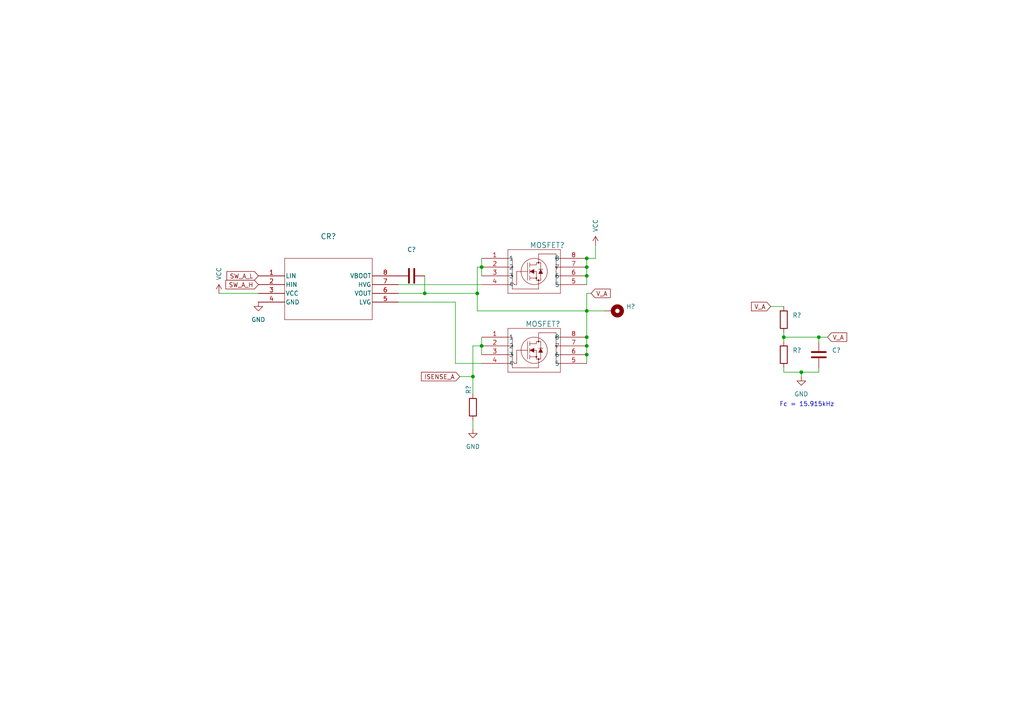
<source format=kicad_sch>
(kicad_sch (version 20211123) (generator eeschema)
  (paper "A4")
  (lib_symbols
    (symbol "Device:C" (pin_numbers hide) (pin_names (offset 0.254))
      (property "Reference" "C" (at 0.635 2.54 0))
      (property "Value" "C" (at 0.635 -2.54 0))
      (symbol "C_0_1"
        (polyline (pts (xy -2.032 -0.762) (xy 2.032 -0.762)) (stroke (width 0.508)))
        (polyline (pts (xy -2.032 0.762) (xy 2.032 0.762)) (stroke (width 0.508)))
      )
      (symbol "C_1_1"
        (pin passive line (at 0 3.81 270) (length 2.794) (name "~") (number "1"))
        (pin passive line (at 0 -3.81 90) (length 2.794) (name "~") (number "2"))
      )
    )
    (symbol "Device:R" (pin_numbers hide) (pin_names (offset 0))
      (property "Reference" "R" (at 2.032 0 90))
      (property "Value" "R" (at 0 0 90))
      (symbol "R_0_1"
        (rectangle (start -1.016 -2.54) (end 1.016 2.54) (stroke (width 0.254)))
      )
      (symbol "R_1_1"
        (pin passive line (at 0 3.81 270) (length 1.27) (name "~") (number "1"))
        (pin passive line (at 0 -3.81 90) (length 1.27) (name "~") (number "2"))
      )
    )
    (symbol "L6387ED:L6387ED" (pin_names (offset 0.254))
      (property "Reference" "CR" (at 20.32 10.16 0))
      (property "Value" "L6387ED" (at 20.32 7.62 0))
      (symbol "L6387ED_0_1"
        (polyline (pts (xy 7.62 -12.7) (xy 33.02 -12.7)) (stroke (width 0.127)))
        (polyline (pts (xy 7.62 5.08) (xy 7.62 -12.7)) (stroke (width 0.127)))
        (polyline (pts (xy 33.02 -12.7) (xy 33.02 5.08)) (stroke (width 0.127)))
        (polyline (pts (xy 33.02 5.08) (xy 7.62 5.08)) (stroke (width 0.127)))
        (pin input line (at 0 0 0) (length 7.62) (name "LIN") (number "1"))
        (pin input line (at 0 -2.54 0) (length 7.62) (name "HIN") (number "2"))
        (pin power_in line (at 0 -5.08 0) (length 7.62) (name "VCC") (number "3"))
        (pin power_in line (at 0 -7.62 0) (length 7.62) (name "GND") (number "4"))
        (pin output line (at 40.64 -7.62 180) (length 7.62) (name "LVG") (number "5"))
        (pin output line (at 40.64 -5.08 180) (length 7.62) (name "VOUT") (number "6"))
        (pin output line (at 40.64 -2.54 180) (length 7.62) (name "HVG") (number "7"))
        (pin power_in line (at 40.64 0 180) (length 7.62) (name "VBOOT") (number "8"))
      )
    )
    (symbol "Mechanical:MountingHole_Pad" (pin_numbers hide) (pin_names (offset 1.016) hide)
      (property "Reference" "H" (at 0 6.35 0))
      (property "Value" "MountingHole_Pad" (at 0 4.445 0))
      (symbol "MountingHole_Pad_0_1"
        (circle (center 0 1.27) (radius 1.27) (stroke (width 1.27)))
      )
      (symbol "MountingHole_Pad_1_1"
        (pin input line (at 0 -2.54 90) (length 2.54) (name "1") (number "1"))
      )
    )
    (symbol "STL50N6F7:STL50N6F7" (pin_names (offset 0.254))
      (property "Reference" "MOSFET" (at 15.24 7.62 0))
      (property "Value" "STL50N6F7" (at 15.24 5.08 0))
      (symbol "STL50N6F7_0_1"
        (polyline (pts (xy 7.62 -10.16) (xy 22.86 -10.16)) (stroke (width 0.127)))
        (polyline (pts (xy 7.62 -7.62) (xy 8.382 -7.62)) (stroke (width 0.127)))
        (polyline (pts (xy 7.62 -5.08) (xy 8.89 -5.08)) (stroke (width 0.127)))
        (polyline (pts (xy 7.62 -2.54) (xy 8.89 -2.54)) (stroke (width 0.127)))
        (polyline (pts (xy 7.62 0) (xy 8.89 0)) (stroke (width 0.127)))
        (polyline (pts (xy 7.62 2.54) (xy 7.62 -10.16)) (stroke (width 0.127)))
        (polyline (pts (xy 8.89 -8.89) (xy 16.51 -8.89)) (stroke (width 0.127)))
        (polyline (pts (xy 8.89 0) (xy 8.89 -8.89)) (stroke (width 0.127)))
        (polyline (pts (xy 10.16 -7.62) (xy 9.398 -7.62)) (stroke (width 0.127)))
        (polyline (pts (xy 10.16 -3.81) (xy 10.16 -7.62)) (stroke (width 0.127)))
        (polyline (pts (xy 10.16 -3.81) (xy 13.335 -3.81)) (stroke (width 0.127)))
        (polyline (pts (xy 13.335 -6.35) (xy 13.335 -1.27)) (stroke (width 0.127)))
        (polyline (pts (xy 13.97 -6.35) (xy 13.97 -5.08)) (stroke (width 0.127)))
        (polyline (pts (xy 13.97 -5.715) (xy 15.875 -5.715)) (stroke (width 0.127)))
        (polyline (pts (xy 13.97 -4.445) (xy 13.97 -3.175)) (stroke (width 0.127)))
        (polyline (pts (xy 13.97 -2.54) (xy 13.97 -1.27)) (stroke (width 0.127)))
        (polyline (pts (xy 13.97 -1.905) (xy 15.875 -1.905)) (stroke (width 0.127)))
        (polyline (pts (xy 15.24 -3.81) (xy 15.875 -3.81)) (stroke (width 0.127)))
        (polyline (pts (xy 15.875 -6.35) (xy 15.875 -3.81)) (stroke (width 0.127)))
        (polyline (pts (xy 15.875 -6.35) (xy 17.145 -6.35)) (stroke (width 0.127)))
        (polyline (pts (xy 15.875 -1.905) (xy 15.875 -1.27)) (stroke (width 0.127)))
        (polyline (pts (xy 15.875 -1.27) (xy 17.145 -1.27)) (stroke (width 0.127)))
        (polyline (pts (xy 16.51 -8.89) (xy 16.51 -6.35)) (stroke (width 0.127)))
        (polyline (pts (xy 16.51 1.27) (xy 16.51 -1.27)) (stroke (width 0.127)))
        (polyline (pts (xy 17.145 -6.35) (xy 17.145 -4.445)) (stroke (width 0.127)))
        (polyline (pts (xy 17.145 -3.175) (xy 17.145 -1.27)) (stroke (width 0.127)))
        (polyline (pts (xy 17.78 -3.175) (xy 16.51 -3.175)) (stroke (width 0.127)))
        (polyline (pts (xy 21.59 -7.62) (xy 21.59 1.27)) (stroke (width 0.127)))
        (polyline (pts (xy 21.59 1.27) (xy 16.51 1.27)) (stroke (width 0.127)))
        (polyline (pts (xy 22.86 -10.16) (xy 22.86 2.54)) (stroke (width 0.127)))
        (polyline (pts (xy 22.86 -7.62) (xy 21.59 -7.62)) (stroke (width 0.127)))
        (polyline (pts (xy 22.86 -5.08) (xy 21.59 -5.08)) (stroke (width 0.127)))
        (polyline (pts (xy 22.86 -2.54) (xy 21.59 -2.54)) (stroke (width 0.127)))
        (polyline (pts (xy 22.86 0) (xy 21.59 0)) (stroke (width 0.127)))
        (polyline (pts (xy 22.86 2.54) (xy 7.62 2.54)) (stroke (width 0.127)))
        (polyline (pts (xy 15.24 -3.175) (xy 13.97 -3.81) (xy 15.24 -4.445)) (stroke (width 0.0254)) (fill (type outline)))
        (polyline (pts (xy 17.78 -4.445) (xy 16.51 -4.445) (xy 17.145 -3.175)) (stroke (width 0.0254)) (fill (type outline)))
        (circle (center 8.89 -5.08) (radius 0.127) (stroke (width 0.254)))
        (circle (center 8.89 -2.54) (radius 0.127) (stroke (width 0.254)))
        (arc (start 9.398 -7.62) (mid 8.89 -7.112) (end 8.382 -7.62) (stroke (width 0.127)))
        (circle (center 15.24 -3.81) (radius 3.81) (stroke (width 0.127)))
        (circle (center 15.875 -5.715) (radius 0.127) (stroke (width 0.254)))
        (circle (center 16.51 -6.35) (radius 0.127) (stroke (width 0.254)))
        (circle (center 16.51 -1.27) (radius 0.127) (stroke (width 0.254)))
        (circle (center 21.59 -5.08) (radius 0.127) (stroke (width 0.254)))
        (circle (center 21.59 -2.54) (radius 0.127) (stroke (width 0.254)))
        (circle (center 21.59 0) (radius 0.127) (stroke (width 0.254)))
        (pin unspecified line (at 0 0 0) (length 7.62) (name "1") (number "1"))
        (pin unspecified line (at 0 -2.54 0) (length 7.62) (name "2") (number "2"))
        (pin unspecified line (at 0 -5.08 0) (length 7.62) (name "3") (number "3"))
        (pin unspecified line (at 0 -7.62 0) (length 7.62) (name "4") (number "4"))
        (pin unspecified line (at 30.48 -7.62 180) (length 7.62) (name "5") (number "5"))
        (pin unspecified line (at 30.48 -5.08 180) (length 7.62) (name "6") (number "6"))
        (pin unspecified line (at 30.48 -2.54 180) (length 7.62) (name "7") (number "7"))
        (pin unspecified line (at 30.48 0 180) (length 7.62) (name "8") (number "8"))
      )
    )
    (symbol "power:GND" (power) (pin_names (offset 0))
      (property "Value" "GND" (at 0 -3.81 0))
      (symbol "GND_0_1"
        (polyline (pts (xy 0 0) (xy 0 -1.27) (xy 1.27 -1.27) (xy 0 -2.54) (xy -1.27 -1.27) (xy 0 -1.27)))
      )
      (symbol "GND_1_1"
        (pin power_in line (at 0 0 270) (length 0) hide (name "GND") (number "1"))
      )
    )
    (symbol "power:VCC" (power) (pin_names (offset 0))
      (property "Value" "VCC" (at 0 3.81 0))
      (symbol "VCC_0_1"
        (polyline (pts (xy -0.762 1.27) (xy 0 2.54)))
        (polyline (pts (xy 0 0) (xy 0 2.54)))
        (polyline (pts (xy 0 2.54) (xy 0.762 1.27)))
      )
      (symbol "VCC_1_1"
        (pin power_in line (at 0 0 90) (length 0) hide (name "VCC") (number "1"))
      )
    )
  )
  (junction (at 170.18 102.87))
  (junction (at 170.18 74.93))
  (junction (at 227.33 97.79))
  (junction (at 123.19 85.09))
  (junction (at 170.18 100.33))
  (junction (at 170.18 77.47))
  (junction (at 139.7 77.47))
  (junction (at 137.16 109.22))
  (junction (at 138.43 85.09))
  (junction (at 139.7 100.33))
  (junction (at 170.18 97.79))
  (junction (at 170.18 80.01))
  (junction (at 232.41 107.95))
  (junction (at 170.18 90.17))
  (junction (at 237.49 97.79))
  (wire (pts (xy 237.49 97.79) (xy 240.03 97.79)))
  (wire (pts (xy 138.43 85.09) (xy 138.43 77.47)))
  (wire (pts (xy 170.18 90.17) (xy 175.26 90.17)))
  (wire (pts (xy 132.08 87.63) (xy 132.08 105.41)))
  (wire (pts (xy 139.7 77.47) (xy 139.7 80.01)))
  (wire (pts (xy 115.57 87.63) (xy 132.08 87.63)))
  (wire (pts (xy 232.41 107.95) (xy 237.49 107.95)))
  (wire (pts (xy 227.33 97.79) (xy 227.33 99.06)))
  (wire (pts (xy 123.19 85.09) (xy 138.43 85.09)))
  (wire (pts (xy 133.35 109.22) (xy 137.16 109.22)))
  (wire (pts (xy 170.18 80.01) (xy 170.18 82.55)))
  (wire (pts (xy 170.18 85.09) (xy 170.18 90.17)))
  (wire (pts (xy 139.7 74.93) (xy 139.7 77.47)))
  (wire (pts (xy 237.49 99.06) (xy 237.49 97.79)))
  (wire (pts (xy 137.16 109.22) (xy 137.16 114.3)))
  (wire (pts (xy 137.16 121.92) (xy 137.16 124.46)))
  (wire (pts (xy 170.18 100.33) (xy 170.18 102.87)))
  (wire (pts (xy 115.57 85.09) (xy 123.19 85.09)))
  (wire (pts (xy 138.43 77.47) (xy 139.7 77.47)))
  (wire (pts (xy 170.18 77.47) (xy 170.18 80.01)))
  (wire (pts (xy 123.19 80.01) (xy 123.19 85.09)))
  (wire (pts (xy 172.72 74.93) (xy 170.18 74.93)))
  (wire (pts (xy 172.72 71.12) (xy 172.72 74.93)))
  (wire (pts (xy 227.33 96.52) (xy 227.33 97.79)))
  (wire (pts (xy 137.16 100.33) (xy 139.7 100.33)))
  (wire (pts (xy 137.16 100.33) (xy 137.16 109.22)))
  (wire (pts (xy 223.52 88.9) (xy 227.33 88.9)))
  (wire (pts (xy 139.7 97.79) (xy 139.7 100.33)))
  (wire (pts (xy 170.18 97.79) (xy 170.18 90.17)))
  (wire (pts (xy 132.08 105.41) (xy 139.7 105.41)))
  (wire (pts (xy 170.18 102.87) (xy 170.18 105.41)))
  (wire (pts (xy 115.57 82.55) (xy 139.7 82.55)))
  (wire (pts (xy 170.18 74.93) (xy 170.18 77.47)))
  (wire (pts (xy 170.18 97.79) (xy 170.18 100.33)))
  (wire (pts (xy 171.45 85.09) (xy 170.18 85.09)))
  (wire (pts (xy 63.5 85.09) (xy 74.93 85.09)))
  (wire (pts (xy 227.33 106.68) (xy 227.33 107.95)))
  (wire (pts (xy 232.41 107.95) (xy 232.41 109.22)))
  (wire (pts (xy 237.49 107.95) (xy 237.49 106.68)))
  (wire (pts (xy 139.7 100.33) (xy 139.7 102.87)))
  (wire (pts (xy 138.43 90.17) (xy 170.18 90.17)))
  (wire (pts (xy 237.49 97.79) (xy 227.33 97.79)))
  (wire (pts (xy 138.43 90.17) (xy 138.43 85.09)))
  (wire (pts (xy 227.33 107.95) (xy 232.41 107.95)))
  (text "Fc = 15.915kHz\n" (at 226.06 118.11 0) (effects (font (size 1.27 1.27)) (justify left bottom)))
  (global_label "ISENSE_A" (shape input) (at 133.35 109.22 180) (property "Intersheet References" "${INTERSHEET_REFS}" (effects hide)))
  (global_label "V_A" (shape input) (at 171.45 85.09 0) (property "Intersheet References" "${INTERSHEET_REFS}" (effects hide)))
  (global_label "V_A" (shape input) (at 240.03 97.79 0) (property "Intersheet References" "${INTERSHEET_REFS}" (effects hide)))
  (global_label "SW_A_L" (shape input) (at 74.93 80.01 180) (property "Intersheet References" "${INTERSHEET_REFS}" (effects hide)))
  (global_label "SW_A_H" (shape input) (at 74.93 82.55 180) (property "Intersheet References" "${INTERSHEET_REFS}" (effects hide)))
  (global_label "V_A" (shape input) (at 223.52 88.9 180) (property "Intersheet References" "${INTERSHEET_REFS}" (effects hide)))
  (symbol (lib_id "power:GND") (at 74.93 87.63 0) (unit 1)
    (property "Reference" "#PWR?" (effects hide))
  )
  (symbol (lib_id "STL50N6F7:STL50N6F7") (at 139.7 74.93 0) (unit 1)
    (property "Reference" "MOSFET?" (at 158.75 71.12 0) (effects (font (size 1.524 1.524))))
    (property "Datasheet" "STL50N6F7" (effects hide))
  )
  (symbol (lib_id "Device:R") (at 227.33 92.71 0) (unit 1)
    (property "Reference" "R?" (at 229.87 91.4399 0) (effects (justify left)))
  )
  (symbol (lib_id "power:VCC") (at 172.72 71.12 0) (unit 1)
    (property "Reference" "#PWR?" (effects hide))
  )
  (symbol (lib_id "STL50N6F7:STL50N6F7") (at 139.7 97.79 0) (unit 1)
    (property "Reference" "MOSFET?" (at 157.48 93.98 0) (effects (font (size 1.524 1.524))))
    (property "Datasheet" "STL50N6F7" (effects hide))
  )
  (symbol (lib_id "Device:R") (at 137.16 118.11 180) (unit 1)
    (property "Reference" "R?" (at 135.89 113.03 90))
  )
  (symbol (lib_id "power:GND") (at 232.41 109.22 0) (unit 1)
    (property "Reference" "#PWR?" (effects hide))
  )
  (symbol (lib_id "Mechanical:MountingHole_Pad") (at 177.8 90.17 270) (unit 1)
    (property "Reference" "H?" (at 181.61 88.8999 90) (effects (justify left)))
  )
  (symbol (lib_id "Device:C") (at 119.38 80.01 90) (unit 1)
    (property "Reference" "C?" (at 119.38 72.39 90))
  )
  (symbol (lib_id "power:VCC") (at 63.5 85.09 0) (unit 1)
    (property "Reference" "#PWR?" (effects hide))
  )
  (symbol (lib_id "power:GND") (at 137.16 124.46 0) (unit 1)
    (property "Reference" "#PWR?" (effects hide))
  )
  (symbol (lib_id "Device:R") (at 227.33 102.87 0) (unit 1)
    (property "Reference" "R?" (at 229.87 101.5999 0) (effects (justify left)))
  )
  (symbol (lib_id "Device:C") (at 237.49 102.87 0) (unit 1)
    (property "Reference" "C?" (at 241.3 101.5999 0) (effects (justify left)))
  )
  (symbol (lib_id "L6387ED:L6387ED") (at 74.93 80.01 0) (unit 1)
    (property "Reference" "CR?" (at 95.25 68.58 0) (effects (font (size 1.524 1.524))))
    (property "Datasheet" "L6387ED" (effects hide))
  )
)
</source>
